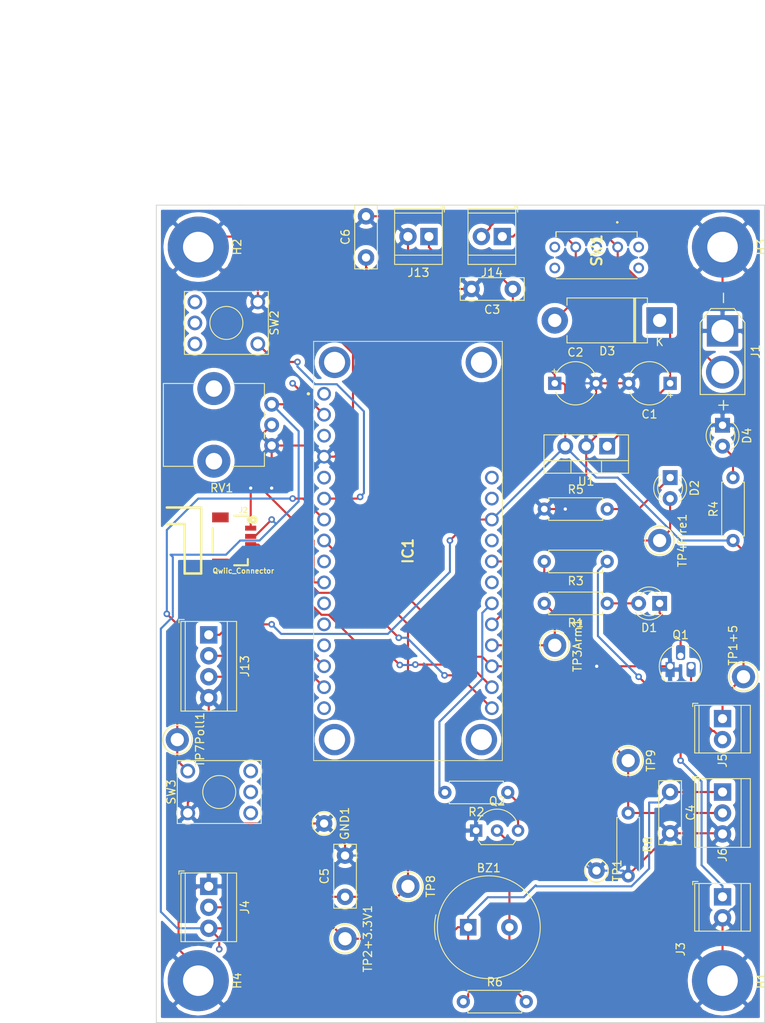
<source format=kicad_pcb>
(kicad_pcb (version 20171130) (host pcbnew "(5.1.4)-1")
  (layers (0 F.Cu signal hide) (31 B.Cu signal hide) (34 B.Paste user) (35 F.Paste user) (36 B.SilkS user) (37 F.SilkS user) (38 B.Mask user) (39 F.Mask user) (44 Edge.Cuts user))
  (net 0 "")
  (net 1 GND)
  (net 2 Buzzer)
  (net 3 "Net-(C1-Pad1)")
  (net 4 +5V)
  (net 5 +3V3)
  (net 6 AuxIn)
  (net 7 SensorIn)
  (net 8 "Net-(D1-Pad2)")
  (net 9 "Net-(D1-Pad1)")
  (net 10 Shutter)
  (net 11 "Net-(D2-Pad1)")
  (net 12 "Net-(D3-Pad2)")
  (net 13 "Net-(D4-Pad2)")
  (net 14 /~RST)
  (net 15 /AREF)
  (net 16 /A0)
  (net 17 Poll)
  (net 18 /A4)
  (net 19 /MISO)
  (net 20 /FREE)
  (net 21 ArmInd)
  (net 22 AuxOut)
  (net 23 "Net-(IC1-Pad6)")
  (net 24 /13)
  (net 25 /EN)
  (net 26 /VBAT)
  (net 27 +7.5V)
  (net 28 "Net-(J3-Pad1)")
  (net 29 "Net-(J5-Pad2)")
  (net 30 "Net-(SW1-Pad2)")
  (net 31 "Net-(SW1-PadMH1)")
  (net 32 "Net-(SW1-PadMH2)")
  (net 33 "Net-(SW1-PadMH3)")
  (net 34 "Net-(SW1-PadMH4)")
  (net 35 Rx_serial)
  (net 36 Tx_serial)
  (net 37 SCL_qwiic)
  (net 38 SDA_qwiic)
  (net 39 Threshold)
  (net 40 /MOSI)
  (net 41 /SCK)
  (net 42 "Net-(BZ1-Pad2)")
  (net 43 ArmIn)
  (net 44 "Net-(Q2-Pad3)")
  (module Potentiometer_THT:Potentiometer_Alps_RK09K_Single_Vertical (layer F.Cu) (at 99.06 57.15 180)
    (fp_text reference RV1 (at 6.05 -10.15) (layer F.SilkS))
    (fp_text value 1K)
    (pad "" np_thru_hole circle (at 7 1.9 180) (size 4 4) (drill 2) (layers *.Cu *.Mask))
    (pad "" np_thru_hole circle (at 7 -6.9 180) (size 4 4) (drill 2) (layers *.Cu *.Mask))
    (pad 1 thru_hole circle (at 0 0 180) (size 1.8 1.8) (drill 1) (layers *.Cu *.Mask) (net 5 +3V3))
    (pad 2 thru_hole circle (at 0 -2.5 180) (size 1.8 1.8) (drill 1) (layers *.Cu *.Mask) (net 39 Threshold))
    (pad 3 thru_hole circle (at 0 -5 180) (size 1.8 1.8) (drill 1) (layers *.Cu *.Mask) (net 1 GND))
  )
  (module Connectors:1X04_1MM_RA_STRESSRELIEF (layer F.Cu) (at 96.52 73.66 270)
    (fp_text reference J2 (at -3.683 0.889) (layer F.SilkS) (effects (font (size 0.6096 0.6096) (thickness 0.127))))
    (fp_text value Qwiic_Connector (at 3.683 0.889) (layer F.SilkS) (effects (font (size 0.6096 0.6096) (thickness 0.127))))
    (pad NC2 smd rect (at -2.79908 3.67284 270) (size 1.19888 1.99898) (layers F.Cu F.Paste F.Mask))
    (pad NC1 smd rect (at 2.79908 3.67284 270) (size 1.19888 1.99898) (layers F.Cu F.Paste F.Mask))
    (pad 4 smd rect (at 1.4986 0 270) (size 0.59944 1.34874) (layers F.Cu F.Paste F.Mask) (net 37 SCL_qwiic))
    (pad 3 smd rect (at 0.49784 0 270) (size 0.59944 1.34874) (layers F.Cu F.Paste F.Mask) (net 38 SDA_qwiic))
    (pad 2 smd rect (at -0.49784 0 270) (size 0.59944 1.34874) (layers F.Cu F.Paste F.Mask) (net 5 +3V3))
    (pad 1 smd rect (at -1.4986 0 270) (size 0.59944 1.34874) (layers F.Cu F.Paste F.Mask) (net 1 GND))
  )
  (module TerminalBlock_TE-Connectivity:TerminalBlock_TE_282834-4_1x04_P2.54mm_Horizontal (layer F.Cu) (at 91.44 85.09 270)
    (fp_text reference J13 (at 3.81 -4.37 90) (layer F.SilkS))
    (fp_text value Serial)
    (pad 4 thru_hole circle (at 7.62 0 270) (size 2.1 2.1) (drill 1.1) (layers *.Cu *.Mask) (net 1 GND))
    (pad 3 thru_hole circle (at 5.08 0 270) (size 2.1 2.1) (drill 1.1) (layers *.Cu *.Mask) (net 36 Tx_serial))
    (pad 2 thru_hole circle (at 2.54 0 270) (size 2.1 2.1) (drill 1.1) (layers *.Cu *.Mask) (net 35 Rx_serial))
    (pad 1 thru_hole rect (at 0 0 270) (size 2.1 2.1) (drill 1.1) (layers *.Cu *.Mask) (net 4 +5V))
  )
  (module Package_TO_SOT_THT:TO-220-3_Vertical (layer F.Cu) (at 139.7 62.23 180)
    (fp_text reference U1 (at 2.54 -4.27) (layer F.SilkS))
    (fp_text value LM7805_TO220)
    (pad 3 thru_hole oval (at 5.08 0 180) (size 1.905 2) (drill 1.1) (layers *.Cu *.Mask) (net 4 +5V))
    (pad 2 thru_hole oval (at 2.54 0 180) (size 1.905 2) (drill 1.1) (layers *.Cu *.Mask) (net 1 GND))
    (pad 1 thru_hole rect (at 0 0 180) (size 1.905 2) (drill 1.1) (layers *.Cu *.Mask) (net 3 "Net-(C1-Pad1)"))
  )
  (module TestPoint:TestPoint_Keystone_5010-5014_Multipurpose (layer F.Cu) (at 87.63 97.79 270)
    (fp_text reference TP7Poll1 (at 0 -2.75 90) (layer F.SilkS))
    (fp_text value Poll)
    (pad 1 thru_hole circle (at 0 0 270) (size 2.8 2.8) (drill 1.6) (layers *.Cu *.Mask) (net 17 Poll))
  )
  (module TestPoint:TestPoint_Keystone_5010-5014_Multipurpose (layer F.Cu) (at 146.05 73.66 270)
    (fp_text reference TP4Fire1 (at 0 -2.75 90) (layer F.SilkS))
    (fp_text value Fire)
    (pad 1 thru_hole circle (at 0 0 270) (size 2.8 2.8) (drill 1.6) (layers *.Cu *.Mask) (net 10 Shutter))
  )
  (module TestPoint:TestPoint_Keystone_5010-5014_Multipurpose (layer F.Cu) (at 133.35 86.36 270)
    (fp_text reference TP3Arm1 (at 0 -2.75 90) (layer F.SilkS))
    (fp_text value Arm)
    (pad 1 thru_hole circle (at 0 0 270) (size 2.8 2.8) (drill 1.6) (layers *.Cu *.Mask) (net 21 ArmInd))
  )
  (module TestPoint:TestPoint_Keystone_5010-5014_Multipurpose (layer F.Cu) (at 107.95 121.92 270)
    (fp_text reference TP2+3.3V1 (at 0 -2.75 90) (layer F.SilkS))
    (fp_text value +3.3V)
    (pad 1 thru_hole circle (at 0 0 270) (size 2.8 2.8) (drill 1.6) (layers *.Cu *.Mask) (net 5 +3V3))
  )
  (module TestPoint:TestPoint_Keystone_5010-5014_Multipurpose (layer F.Cu) (at 156.21 90.17 270)
    (fp_text reference TP1+5 (at -3.81 1.27 90) (layer F.SilkS))
    (fp_text value +5V)
    (pad 1 thru_hole circle (at 0 0 270) (size 2.8 2.8) (drill 1.6) (layers *.Cu *.Mask) (net 4 +5V))
  )
  (module TestPoint:TestPoint_Keystone_5010-5014_Multipurpose (layer F.Cu) (at 142.24 100.33 270)
    (fp_text reference TP9 (at 0 -2.75 90) (layer F.SilkS))
    (fp_text value LowHighIn)
    (pad 1 thru_hole circle (at 0 0 270) (size 2.8 2.8) (drill 1.6) (layers *.Cu *.Mask) (net 7 SensorIn))
  )
  (module TestPoint:TestPoint_Keystone_5010-5014_Multipurpose (layer F.Cu) (at 115.57 115.57 270)
    (fp_text reference TP8 (at 0 -2.75 90) (layer F.SilkS))
    (fp_text value HighLowIn)
    (pad 1 thru_hole circle (at 0 0 270) (size 2.8 2.8) (drill 1.6) (layers *.Cu *.Mask) (net 6 AuxIn))
  )
  (module TestPoint:TestPoint_Keystone_5000-5004_Miniature (layer F.Cu) (at 138.4046 113.665 270)
    (fp_text reference TP1 (at 0 -2.5 90) (layer F.SilkS))
    (fp_text value Gnd)
    (pad 1 thru_hole circle (at 0 0 270) (size 2 2) (drill 1) (layers *.Cu *.Mask) (net 1 GND))
  )
  (module Button_Switch_THT:KSA_Tactile_SPST (layer F.Cu) (at 88.9 106.68 90)
    (fp_text reference SW3 (at 2.54 -2 90) (layer F.SilkS))
    (fp_text value SW_Poll)
    (pad 5 thru_hole circle (at 0 7.62 90) (size 1.778 1.778) (drill 1.143) (layers *.Cu *.Mask))
    (pad 4 thru_hole circle (at 2.54 7.62 90) (size 1.778 1.778) (drill 1.143) (layers *.Cu *.Mask))
    (pad 3 thru_hole circle (at 5.08 7.62 90) (size 1.778 1.778) (drill 1.143) (layers *.Cu *.Mask))
    (pad 2 thru_hole circle (at 5.08 0 90) (size 1.778 1.778) (drill 1.143) (layers *.Cu *.Mask) (net 17 Poll))
    (pad 1 thru_hole circle (at 0 0 90) (size 1.778 1.778) (drill 1.143) (layers *.Cu *.Mask) (net 1 GND))
  )
  (module CameraTriggerPCB:AS11CB (layer F.Cu) (at 140.97 38.1 270)
    (fp_text reference SW1 (at 0.4 2.54 90) (layer F.SilkS) (effects (font (size 1.27 1.27) (thickness 0.254))))
    (fp_text value AS11CB hide)
    (pad 1 thru_hole circle (at 0 0 270) (size 1.3 1.3) (drill 0.8) (layers *.Cu *.Mask) (net 27 +7.5V))
    (pad 2 thru_hole circle (at 0 2.54 270) (size 1.3 1.3) (drill 0.8) (layers *.Cu *.Mask) (net 30 "Net-(SW1-Pad2)"))
    (pad 3 thru_hole circle (at 0 5.08 270) (size 1.3 1.3) (drill 0.8) (layers *.Cu *.Mask) (net 12 "Net-(D3-Pad2)"))
    (pad MH1 thru_hole circle (at 0 -2.54 270) (size 1.3 1.3) (drill 0.8) (layers *.Cu *.Mask) (net 31 "Net-(SW1-PadMH1)"))
    (pad MH2 thru_hole circle (at 0 7.62 270) (size 1.3 1.3) (drill 0.8) (layers *.Cu *.Mask) (net 32 "Net-(SW1-PadMH2)"))
    (pad MH3 thru_hole circle (at 2.54 -2.54 270) (size 1.3 1.3) (drill 0.8) (layers *.Cu *.Mask) (net 33 "Net-(SW1-PadMH3)"))
    (pad MH4 thru_hole circle (at 2.54 7.62 270) (size 1.3 1.3) (drill 0.8) (layers *.Cu *.Mask) (net 34 "Net-(SW1-PadMH4)"))
  )
  (module Resistor_THT:R_Axial_DIN0207_L6.3mm_D2.5mm_P7.62mm_Horizontal (layer F.Cu) (at 142.24 106.68 270)
    (fp_text reference R8 (at 3.81 -2.37 90) (layer F.SilkS))
    (fp_text value 15K)
    (pad 2 thru_hole oval (at 7.62 0 270) (size 1.6 1.6) (drill 0.8) (layers *.Cu *.Mask) (net 1 GND))
    (pad 1 thru_hole circle (at 0 0 270) (size 1.6 1.6) (drill 0.8) (layers *.Cu *.Mask) (net 7 SensorIn))
  )
  (module Resistor_THT:R_Axial_DIN0207_L6.3mm_D2.5mm_P7.62mm_Horizontal (layer F.Cu) (at 132.08 69.85)
    (fp_text reference R5 (at 3.81 -2.37) (layer F.SilkS))
    (fp_text value 1K)
    (pad 2 thru_hole oval (at 7.62 0) (size 1.6 1.6) (drill 0.8) (layers *.Cu *.Mask) (net 11 "Net-(D2-Pad1)"))
    (pad 1 thru_hole circle (at 0 0) (size 1.6 1.6) (drill 0.8) (layers *.Cu *.Mask) (net 1 GND))
  )
  (module Resistor_THT:R_Axial_DIN0207_L6.3mm_D2.5mm_P7.62mm_Horizontal (layer F.Cu) (at 154.94 73.66 90)
    (fp_text reference R4 (at 3.81 -2.37 90) (layer F.SilkS))
    (fp_text value 220)
    (pad 2 thru_hole oval (at 7.62 0 90) (size 1.6 1.6) (drill 0.8) (layers *.Cu *.Mask) (net 13 "Net-(D4-Pad2)"))
    (pad 1 thru_hole circle (at 0 0 90) (size 1.6 1.6) (drill 0.8) (layers *.Cu *.Mask) (net 4 +5V))
  )
  (module Resistor_THT:R_Axial_DIN0207_L6.3mm_D2.5mm_P7.62mm_Horizontal (layer F.Cu) (at 139.7 76.2 180)
    (fp_text reference R3 (at 3.81 -2.37) (layer F.SilkS))
    (fp_text value 5K)
    (pad 2 thru_hole oval (at 7.62 0 180) (size 1.6 1.6) (drill 0.8) (layers *.Cu *.Mask) (net 22 AuxOut))
    (pad 1 thru_hole circle (at 0 0 180) (size 1.6 1.6) (drill 0.8) (layers *.Cu *.Mask) (net 28 "Net-(J3-Pad1)"))
  )
  (module Resistor_THT:R_Axial_DIN0207_L6.3mm_D2.5mm_P7.62mm_Horizontal (layer F.Cu) (at 139.7 81.28 180)
    (fp_text reference R1 (at 3.81 -2.37) (layer F.SilkS))
    (fp_text value 1K)
    (pad 2 thru_hole oval (at 7.62 0 180) (size 1.6 1.6) (drill 0.8) (layers *.Cu *.Mask) (net 21 ArmInd))
    (pad 1 thru_hole circle (at 0 0 180) (size 1.6 1.6) (drill 0.8) (layers *.Cu *.Mask) (net 8 "Net-(D1-Pad2)"))
  )
  (module TerminalBlock_TE-Connectivity:TerminalBlock_TE_282834-2_1x02_P2.54mm_Horizontal (layer F.Cu) (at 127 36.83 180)
    (fp_text reference J14 (at 1.27 -4.37) (layer F.SilkS))
    (fp_text value "Ext power switch")
    (pad 2 thru_hole circle (at 2.54 0 180) (size 2.1 2.1) (drill 1.1) (layers *.Cu *.Mask) (net 27 +7.5V))
    (pad 1 thru_hole rect (at 0 0 180) (size 2.1 2.1) (drill 1.1) (layers *.Cu *.Mask) (net 12 "Net-(D3-Pad2)"))
  )
  (module TerminalBlock_TE-Connectivity:TerminalBlock_TE_282834-2_1x02_P2.54mm_Horizontal (layer F.Cu) (at 118.11 36.83 180)
    (fp_text reference J13 (at 1.27 -4.37) (layer F.SilkS))
    (fp_text value "+5V Always on")
    (pad 2 thru_hole circle (at 2.54 0 180) (size 2.1 2.1) (drill 1.1) (layers *.Cu *.Mask) (net 1 GND))
    (pad 1 thru_hole rect (at 0 0 180) (size 2.1 2.1) (drill 1.1) (layers *.Cu *.Mask) (net 4 +5V))
  )
  (module TerminalBlock_TE-Connectivity:TerminalBlock_TE_282834-3_1x03_P2.54mm_Horizontal (layer F.Cu) (at 153.67 104.14 270)
    (fp_text reference J6 (at 7.62 0 90) (layer F.SilkS))
    (fp_text value Sensor)
    (pad 3 thru_hole circle (at 5.08 0 270) (size 2.1 2.1) (drill 1.1) (layers *.Cu *.Mask) (net 1 GND))
    (pad 2 thru_hole circle (at 2.54 0 270) (size 2.1 2.1) (drill 1.1) (layers *.Cu *.Mask) (net 7 SensorIn))
    (pad 1 thru_hole rect (at 0 0 270) (size 2.1 2.1) (drill 1.1) (layers *.Cu *.Mask) (net 5 +3V3))
  )
  (module TerminalBlock_TE-Connectivity:TerminalBlock_TE_282834-2_1x02_P2.54mm_Horizontal (layer F.Cu) (at 153.67 95.25 270)
    (fp_text reference J5 (at 5.08 0 90) (layer F.SilkS))
    (fp_text value Laser)
    (pad 2 thru_hole circle (at 2.54 0 270) (size 2.1 2.1) (drill 1.1) (layers *.Cu *.Mask) (net 29 "Net-(J5-Pad2)"))
    (pad 1 thru_hole rect (at 0 0 270) (size 2.1 2.1) (drill 1.1) (layers *.Cu *.Mask) (net 4 +5V))
  )
  (module TerminalBlock_TE-Connectivity:TerminalBlock_TE_282834-3_1x03_P2.54mm_Horizontal (layer F.Cu) (at 91.44 115.57 270)
    (fp_text reference J4 (at 2.54 -4.37 90) (layer F.SilkS))
    (fp_text value HighLowIn)
    (pad 3 thru_hole circle (at 5.08 0 270) (size 2.1 2.1) (drill 1.1) (layers *.Cu *.Mask) (net 5 +3V3))
    (pad 2 thru_hole circle (at 2.54 0 270) (size 2.1 2.1) (drill 1.1) (layers *.Cu *.Mask) (net 6 AuxIn))
    (pad 1 thru_hole rect (at 0 0 270) (size 2.1 2.1) (drill 1.1) (layers *.Cu *.Mask) (net 1 GND))
  )
  (module TerminalBlock_TE-Connectivity:TerminalBlock_TE_282834-2_1x02_P2.54mm_Horizontal (layer F.Cu) (at 153.67 116.84 270)
    (fp_text reference J3 (at 6.35 5.08 90) (layer F.SilkS))
    (fp_text value "Aux out")
    (pad 2 thru_hole circle (at 2.54 0 270) (size 2.1 2.1) (drill 1.1) (layers *.Cu *.Mask) (net 1 GND))
    (pad 1 thru_hole rect (at 0 0 270) (size 2.1 2.1) (drill 1.1) (layers *.Cu *.Mask) (net 28 "Net-(J3-Pad1)"))
  )
  (module Connector_AMASS:AMASS_XT30U-F_1x02_P5.0mm_Vertical (layer F.Cu) (at 153.67 48.26 270)
    (fp_text reference J1 (at 2.5 -4 90) (layer F.SilkS))
    (fp_text value Power)
    (fp_text user - (at -4 0 90) (layer F.SilkS) (effects (font (size 1.5 1.5))))
    (fp_text user + (at 9 0 90) (layer F.SilkS) (effects (font (size 1.5 1.5))))
    (pad 2 thru_hole circle (at 5 0 270) (size 4 4) (drill 2.7) (layers *.Cu *.Mask) (net 27 +7.5V))
    (pad 1 thru_hole rect (at 0 0 270) (size 3.8 3.8) (drill 2.7) (layers *.Cu *.Mask) (net 1 GND))
  )
  (module MountingHole:MountingHole_3.7mm_Pad (layer F.Cu) (at 90.17 127 270)
    (fp_text reference H4 (at 0 -4.7 90) (layer F.SilkS))
    (fp_text value " ")
    (pad 1 thru_hole circle (at 0 0 270) (size 7.4 7.4) (drill 3.7) (layers *.Cu *.Mask) (net 1 GND))
  )
  (module MountingHole:MountingHole_3.7mm_Pad (layer F.Cu) (at 153.67 38.1 270)
    (fp_text reference H3 (at 0 -4.7 90) (layer F.SilkS))
    (fp_text value " ")
    (pad 1 thru_hole circle (at 0 0 270) (size 7.4 7.4) (drill 3.7) (layers *.Cu *.Mask) (net 1 GND))
  )
  (module MountingHole:MountingHole_3.7mm_Pad (layer F.Cu) (at 90.17 38.1 270)
    (fp_text reference H2 (at 0 -4.7 90) (layer F.SilkS))
    (fp_text value " ")
    (pad 1 thru_hole circle (at 0 0 270) (size 7.4 7.4) (drill 3.7) (layers *.Cu *.Mask) (net 1 GND))
  )
  (module MountingHole:MountingHole_3.7mm_Pad (layer F.Cu) (at 153.67 127 270)
    (fp_text reference H1 (at 0 -4.7 90) (layer F.SilkS))
    (fp_text value " ")
    (pad 1 thru_hole circle (at 0 0 270) (size 7.4 7.4) (drill 3.7) (layers *.Cu *.Mask) (net 1 GND))
  )
  (module TestPoint:TestPoint_Keystone_5000-5004_Miniature (layer F.Cu) (at 105.41 107.95 270)
    (fp_text reference GND1 (at 0 -2.5 90) (layer F.SilkS))
    (fp_text value TestPoint)
    (pad 1 thru_hole circle (at 0 0 270) (size 2 2) (drill 1) (layers *.Cu *.Mask) (net 1 GND))
  )
  (module LED_THT:LED_D3.0mm (layer F.Cu) (at 153.67 59.69 270)
    (fp_text reference D4 (at 1.27 -2.96 90) (layer F.SilkS))
    (fp_text value PWR)
    (pad 2 thru_hole circle (at 2.54 0 270) (size 1.8 1.8) (drill 0.9) (layers *.Cu *.Mask) (net 13 "Net-(D4-Pad2)"))
    (pad 1 thru_hole rect (at 0 0 270) (size 1.8 1.8) (drill 0.9) (layers *.Cu *.Mask) (net 1 GND))
  )
  (module Diode_THT:D_DO-201AD_P12.70mm_Horizontal (layer F.Cu) (at 146.05 46.99 180)
    (fp_text reference D3 (at 6.35 -3.72) (layer F.SilkS))
    (fp_text value D)
    (fp_text user K (at 0 -2.6) (layer F.SilkS))
    (pad 2 thru_hole oval (at 12.7 0 180) (size 3.2 3.2) (drill 1.6) (layers *.Cu *.Mask) (net 12 "Net-(D3-Pad2)"))
    (pad 1 thru_hole rect (at 0 0 180) (size 3.2 3.2) (drill 1.6) (layers *.Cu *.Mask) (net 3 "Net-(C1-Pad1)"))
  )
  (module LED_THT:LED_D3.0mm (layer F.Cu) (at 147.32 66.04 270)
    (fp_text reference D2 (at 1.27 -2.96 90) (layer F.SilkS))
    (fp_text value "LED Trig")
    (pad 2 thru_hole circle (at 2.54 0 270) (size 1.8 1.8) (drill 0.9) (layers *.Cu *.Mask) (net 10 Shutter))
    (pad 1 thru_hole rect (at 0 0 270) (size 1.8 1.8) (drill 0.9) (layers *.Cu *.Mask) (net 11 "Net-(D2-Pad1)"))
  )
  (module LED_THT:LED_D3.0mm (layer F.Cu) (at 146.05 81.28 180)
    (fp_text reference D1 (at 1.27 -2.96) (layer F.SilkS))
    (fp_text value "LED Arm")
    (pad 2 thru_hole circle (at 2.54 0 180) (size 1.8 1.8) (drill 0.9) (layers *.Cu *.Mask) (net 8 "Net-(D1-Pad2)"))
    (pad 1 thru_hole rect (at 0 0 180) (size 1.8 1.8) (drill 0.9) (layers *.Cu *.Mask) (net 9 "Net-(D1-Pad1)"))
  )
  (module Capacitor_THT:C_Disc_D7.5mm_W2.5mm_P5.00mm (layer F.Cu) (at 110.49 39.37 90)
    (fp_text reference C6 (at 2.5 -2.5 90) (layer F.SilkS))
    (fp_text value "0.01 μF")
    (pad 2 thru_hole circle (at 5 0 90) (size 2 2) (drill 1) (layers *.Cu *.Mask) (net 1 GND))
    (pad 1 thru_hole circle (at 0 0 90) (size 2 2) (drill 1) (layers *.Cu *.Mask) (net 7 SensorIn))
  )
  (module Capacitor_THT:C_Disc_D7.5mm_W2.5mm_P5.00mm (layer F.Cu) (at 107.95 116.84 90)
    (fp_text reference C5 (at 2.5 -2.5 90) (layer F.SilkS))
    (fp_text value "0.01 μF")
    (pad 2 thru_hole circle (at 5 0 90) (size 2 2) (drill 1) (layers *.Cu *.Mask) (net 1 GND))
    (pad 1 thru_hole circle (at 0 0 90) (size 2 2) (drill 1) (layers *.Cu *.Mask) (net 6 AuxIn))
  )
  (module Capacitor_THT:C_Disc_D7.5mm_W2.5mm_P5.00mm (layer F.Cu) (at 147.32 104.14 270)
    (fp_text reference C4 (at 2.5 -2.5 90) (layer F.SilkS))
    (fp_text value "0.01 μF")
    (pad 2 thru_hole circle (at 5 0 270) (size 2 2) (drill 1) (layers *.Cu *.Mask) (net 1 GND))
    (pad 1 thru_hole circle (at 0 0 270) (size 2 2) (drill 1) (layers *.Cu *.Mask) (net 5 +3V3))
  )
  (module Capacitor_THT:C_Disc_D7.5mm_W2.5mm_P5.00mm (layer F.Cu) (at 128.27 43.18 180)
    (fp_text reference C3 (at 2.5 -2.5) (layer F.SilkS))
    (fp_text value "0.01 μF")
    (pad 2 thru_hole circle (at 5 0 180) (size 2 2) (drill 1) (layers *.Cu *.Mask) (net 1 GND))
    (pad 1 thru_hole circle (at 0 0 180) (size 2 2) (drill 1) (layers *.Cu *.Mask) (net 4 +5V))
  )
  (module Capacitor_THT:CP_Radial_Tantal_D5.0mm_P5.00mm (layer F.Cu) (at 133.35 54.61)
    (fp_text reference C2 (at 2.5 -3.75) (layer F.SilkS))
    (fp_text value 0.1uf)
    (pad 2 thru_hole circle (at 5 0) (size 1.6 1.6) (drill 0.8) (layers *.Cu *.Mask) (net 1 GND))
    (pad 1 thru_hole rect (at 0 0) (size 1.6 1.6) (drill 0.8) (layers *.Cu *.Mask) (net 4 +5V))
  )
  (module Capacitor_THT:CP_Radial_Tantal_D5.0mm_P5.00mm (layer F.Cu) (at 147.32 54.61 180)
    (fp_text reference C1 (at 2.5 -3.75) (layer F.SilkS))
    (fp_text value 25uf)
    (pad 2 thru_hole circle (at 5 0 180) (size 1.6 1.6) (drill 0.8) (layers *.Cu *.Mask) (net 1 GND))
    (pad 1 thru_hole rect (at 0 0 180) (size 1.6 1.6) (drill 0.8) (layers *.Cu *.Mask) (net 3 "Net-(C1-Pad1)"))
  )
  (module Buzzer_Beeper:Buzzer_TDK_PS1240P02BT_D12.2mm_H6.5mm (layer F.Cu) (at 122.8598 120.523)
    (fp_text reference BZ1 (at 2.5 -7.17) (layer F.SilkS))
    (fp_text value Buzzer)
    (pad 2 thru_hole circle (at 5 0) (size 2 2) (drill 1) (layers *.Cu *.Mask) (net 42 "Net-(BZ1-Pad2)"))
    (pad 1 thru_hole rect (at 0 0) (size 2 2) (drill 1) (layers *.Cu *.Mask) (net 5 +3V3))
  )
  (module 3178 (layer F.Cu) (at 105.41 55.88 270)
    (fp_text reference IC1 (at 19.05 -10.16 90) (layer F.SilkS) (effects (font (size 1.27 1.27) (thickness 0.254))))
    (fp_text value 3178 hide)
    (pad 1 thru_hole circle (at 10.16 -20.32 270) (size 1.665 1.665) (drill 1.11) (layers *.Cu *.Mask) (net 26 /VBAT))
    (pad 2 thru_hole circle (at 12.7 -20.32 270) (size 1.665 1.665) (drill 1.11) (layers *.Cu *.Mask) (net 25 /EN))
    (pad 3 thru_hole circle (at 15.24 -20.32 270) (size 1.665 1.665) (drill 1.11) (layers *.Cu *.Mask) (net 4 +5V))
    (pad 4 thru_hole circle (at 17.78 -20.32 270) (size 1.665 1.665) (drill 1.11) (layers *.Cu *.Mask) (net 24 /13))
    (pad 5 thru_hole circle (at 20.32 -20.32 270) (size 1.665 1.665) (drill 1.11) (layers *.Cu *.Mask) (net 10 Shutter))
    (pad 6 thru_hole circle (at 22.86 -20.32 270) (size 1.665 1.665) (drill 1.11) (layers *.Cu *.Mask) (net 23 "Net-(IC1-Pad6)"))
    (pad 7 thru_hole circle (at 25.4 -20.32 270) (size 1.665 1.665) (drill 1.11) (layers *.Cu *.Mask) (net 2 Buzzer))
    (pad 8 thru_hole circle (at 27.94 -20.32 270) (size 1.665 1.665) (drill 1.11) (layers *.Cu *.Mask) (net 22 AuxOut))
    (pad 9 thru_hole circle (at 30.48 -20.32 270) (size 1.665 1.665) (drill 1.11) (layers *.Cu *.Mask) (net 21 ArmInd))
    (pad 10 thru_hole circle (at 33.02 -20.32 270) (size 1.665 1.665) (drill 1.11) (layers *.Cu *.Mask) (net 7 SensorIn))
    (pad 11 thru_hole circle (at 35.56 -20.32 270) (size 1.665 1.665) (drill 1.11) (layers *.Cu *.Mask) (net 37 SCL_qwiic))
    (pad 12 thru_hole circle (at 38.1 -20.32 270) (size 1.665 1.665) (drill 1.11) (layers *.Cu *.Mask) (net 38 SDA_qwiic))
    (pad 13 thru_hole circle (at 38.1 0 270) (size 1.665 1.665) (drill 1.11) (layers *.Cu *.Mask) (net 20 /FREE))
    (pad 14 thru_hole circle (at 35.56 0 270) (size 1.665 1.665) (drill 1.11) (layers *.Cu *.Mask) (net 36 Tx_serial))
    (pad 15 thru_hole circle (at 33.02 0 270) (size 1.665 1.665) (drill 1.11) (layers *.Cu *.Mask) (net 35 Rx_serial))
    (pad 16 thru_hole circle (at 30.48 0 270) (size 1.665 1.665) (drill 1.11) (layers *.Cu *.Mask) (net 19 /MISO))
    (pad 17 thru_hole circle (at 27.94 0 270) (size 1.665 1.665) (drill 1.11) (layers *.Cu *.Mask) (net 40 /MOSI))
    (pad 18 thru_hole circle (at 25.4 0 270) (size 1.665 1.665) (drill 1.11) (layers *.Cu *.Mask) (net 41 /SCK))
    (pad 19 thru_hole circle (at 22.86 0 270) (size 1.665 1.665) (drill 1.11) (layers *.Cu *.Mask) (net 39 Threshold))
    (pad 20 thru_hole circle (at 20.32 0 270) (size 1.665 1.665) (drill 1.11) (layers *.Cu *.Mask) (net 18 /A4))
    (pad 21 thru_hole circle (at 17.78 0 270) (size 1.665 1.665) (drill 1.11) (layers *.Cu *.Mask) (net 6 AuxIn))
    (pad 22 thru_hole circle (at 15.24 0 270) (size 1.665 1.665) (drill 1.11) (layers *.Cu *.Mask) (net 17 Poll))
    (pad 23 thru_hole circle (at 12.7 0 270) (size 1.665 1.665) (drill 1.11) (layers *.Cu *.Mask) (net 43 ArmIn))
    (pad 24 thru_hole circle (at 10.16 0 270) (size 1.665 1.665) (drill 1.11) (layers *.Cu *.Mask) (net 16 /A0))
    (pad 25 thru_hole circle (at 7.62 0 270) (size 1.665 1.665) (drill 1.11) (layers *.Cu *.Mask) (net 1 GND))
    (pad 26 thru_hole circle (at 5.08 0 270) (size 1.665 1.665) (drill 1.11) (layers *.Cu *.Mask) (net 15 /AREF))
    (pad 27 thru_hole circle (at 2.54 0 270) (size 1.665 1.665) (drill 1.11) (layers *.Cu *.Mask) (net 5 +3V3))
    (pad 28 thru_hole circle (at 0 0 270) (size 1.665 1.665) (drill 1.11) (layers *.Cu *.Mask) (net 14 /~RST))
    (pad MH1 thru_hole circle (at -3.81 -1.27 270) (size 3.81 3.81) (drill 2.54) (layers *.Cu *.Mask))
    (pad MH2 thru_hole circle (at -3.81 -19.05 270) (size 3.81 3.81) (drill 2.54) (layers *.Cu *.Mask))
    (pad MH3 thru_hole circle (at 41.91 -1.27 270) (size 3.81 3.81) (drill 2.54) (layers *.Cu *.Mask))
    (pad MH4 thru_hole circle (at 41.91 -19.05 270) (size 3.81 3.81) (drill 2.54) (layers *.Cu *.Mask))
  )
  (module Package_TO_SOT_THT:TO-92L_HandSolder (layer F.Cu) (at 147.32 88.9)
    (fp_text reference Q1 (at 1.27 -3.8) (layer F.SilkS))
    (fp_text value PN2222A)
    (pad 2 thru_hole roundrect (at 1.27 -1.27) (size 1.1 1.8) (drill 0.75 (offset 0 -0.4)) (layers *.Cu *.Mask) (net 9 "Net-(D1-Pad1)"))
    (pad 3 thru_hole roundrect (at 2.54 0) (size 1.1 1.8) (drill 0.75 (offset 0 0.4)) (layers *.Cu *.Mask) (net 29 "Net-(J5-Pad2)"))
    (pad 1 thru_hole rect (at 0 0) (size 1.1 1.8) (drill 0.75 (offset 0 0.4)) (layers *.Cu *.Mask) (net 1 GND))
  )
  (module Package_TO_SOT_THT:TO-92L_Inline_Wide (layer F.Cu) (at 123.825 108.8136)
    (fp_text reference Q2 (at 2.54 -3.56) (layer F.SilkS))
    (fp_text value KSC1815YTA)
    (pad 2 thru_hole circle (at 2.54 0 90) (size 1.5 1.5) (drill 0.8) (layers *.Cu *.Mask) (net 42 "Net-(BZ1-Pad2)"))
    (pad 3 thru_hole circle (at 5.08 0 90) (size 1.5 1.5) (drill 0.8) (layers *.Cu *.Mask) (net 44 "Net-(Q2-Pad3)"))
    (pad 1 thru_hole rect (at 0 0 90) (size 1.5 1.5) (drill 0.8) (layers *.Cu *.Mask) (net 1 GND))
  )
  (module Resistor_THT:R_Axial_DIN0207_L6.3mm_D2.5mm_P7.62mm_Horizontal (layer F.Cu) (at 127.6604 104.1908 180)
    (fp_text reference R2 (at 3.81 -2.37) (layer F.SilkS))
    (fp_text value 1K)
    (pad 1 thru_hole circle (at 0 0 180) (size 1.6 1.6) (drill 0.8) (layers *.Cu *.Mask) (net 44 "Net-(Q2-Pad3)"))
    (pad 2 thru_hole oval (at 7.62 0 180) (size 1.6 1.6) (drill 0.8) (layers *.Cu *.Mask) (net 2 Buzzer))
  )
  (module Resistor_THT:R_Axial_DIN0207_L6.3mm_D2.5mm_P7.62mm_Horizontal (layer F.Cu) (at 122.2756 129.54)
    (fp_text reference R6 (at 3.81 -2.37) (layer F.SilkS))
    (fp_text value 1K)
    (pad 2 thru_hole oval (at 7.62 0) (size 1.6 1.6) (drill 0.8) (layers *.Cu *.Mask) (net 42 "Net-(BZ1-Pad2)"))
    (pad 1 thru_hole circle (at 0 0) (size 1.6 1.6) (drill 0.8) (layers *.Cu *.Mask) (net 5 +3V3))
  )
  (module Button_Switch_THT:KSA_Tactile_SPST (layer F.Cu) (at 97.3836 44.7548 270)
    (fp_text reference SW2 (at 2.54 -2 90) (layer F.SilkS))
    (fp_text value SW_Arm)
    (pad 1 thru_hole circle (at 0 0 270) (size 1.778 1.778) (drill 1.143) (layers *.Cu *.Mask) (net 1 GND))
    (pad 2 thru_hole circle (at 5.08 0 270) (size 1.778 1.778) (drill 1.143) (layers *.Cu *.Mask) (net 43 ArmIn))
    (pad 3 thru_hole circle (at 5.08 7.62 270) (size 1.778 1.778) (drill 1.143) (layers *.Cu *.Mask))
    (pad 4 thru_hole circle (at 2.54 7.62 270) (size 1.778 1.778) (drill 1.143) (layers *.Cu *.Mask))
    (pad 5 thru_hole circle (at 0 7.62 270) (size 1.778 1.778) (drill 1.143) (layers *.Cu *.Mask))
  )
  (gr_line (start 85.09 132.08) (end 158.75 132.08) (layer Edge.Cuts) (width 0.1))
  (gr_line (start 85.09 33.02) (end 91.44 33.02) (layer Edge.Cuts) (width 0.1))
  (gr_line (start 85.09 132.08) (end 85.09 33.02) (layer Edge.Cuts) (width 0.1))
  (gr_line (start 91.44 33.02) (end 95.25 33.02) (layer Edge.Cuts) (width 0.1))
  (gr_line (start 158.75 33.02) (end 95.25 33.02) (layer Edge.Cuts) (width 0.1))
  (gr_line (start 158.75 132.08) (end 158.75 33.02) (layer Edge.Cuts) (width 0.1))
  (via (at 102.1842 52.0192) (size 0.8) (drill 0.4) (layers F.Cu B.Cu) (net 43))
  (via (at 109.7788 68.3768) (size 0.8) (drill 0.4) (layers F.Cu B.Cu) (net 43))
  (via (at 96.52 67.31) (size 0.8) (drill 0.4) (layers F.Cu B.Cu) (net 1))
  (via (at 99.06 67.31) (size 0.8) (drill 0.4) (layers F.Cu B.Cu) (net 1))
  (segment (start 104.06 62.15) (end 105.41 63.5) (width 0.25) (layer F.Cu) (net 1))
  (segment (start 99.06 62.15) (end 104.06 62.15) (width 0.25) (layer F.Cu) (net 1))
  (segment (start 107.95 110.49) (end 107.95 111.84) (width 0.25) (layer F.Cu) (net 1))
  (segment (start 105.41 107.95) (end 107.95 110.49) (width 0.25) (layer F.Cu) (net 1))
  (segment (start 88.9 124.30741) (end 87.78259 123.19) (width 0.25) (layer F.Cu) (net 1))
  (segment (start 88.9 129.54) (end 88.9 124.30741) (width 0.25) (layer F.Cu) (net 1))
  (segment (start 90.14 115.57) (end 91.44 115.57) (width 0.25) (layer F.Cu) (net 1))
  (segment (start 87.78259 117.92741) (end 90.14 115.57) (width 0.25) (layer F.Cu) (net 1))
  (segment (start 87.78259 123.19) (end 87.78259 117.92741) (width 0.25) (layer F.Cu) (net 1))
  (segment (start 88.9 36.83) (end 108.03 36.83) (width 0.25) (layer F.Cu) (net 1))
  (segment (start 138.35 54.61) (end 142.32 54.61) (width 0.25) (layer F.Cu) (net 1))
  (segment (start 138.35 61.04) (end 137.16 62.23) (width 0.25) (layer F.Cu) (net 1))
  (segment (start 138.35 54.61) (end 138.35 61.04) (width 0.25) (layer F.Cu) (net 1))
  (segment (start 153.67 38.1) (end 154.94 36.83) (width 0.25) (layer F.Cu) (net 1))
  (segment (start 153.67 48.26) (end 153.67 38.1) (width 0.25) (layer F.Cu) (net 1))
  (segment (start 147.32 88.9) (end 138.43 88.9) (width 0.25) (layer F.Cu) (net 1))
  (segment (start 132.08 69.85) (end 134.62 69.85) (width 0.25) (layer F.Cu) (net 1))
  (segment (start 137.16 67.31) (end 137.16 62.23) (width 0.25) (layer F.Cu) (net 1))
  (segment (start 134.62 69.85) (end 137.16 67.31) (width 0.25) (layer F.Cu) (net 1))
  (segment (start 113.11 34.37) (end 115.57 36.83) (width 0.25) (layer F.Cu) (net 1))
  (segment (start 110.49 34.37) (end 113.11 34.37) (width 0.25) (layer F.Cu) (net 1))
  (segment (start 115.57 36.83) (end 115.57 41.91) (width 0.25) (layer F.Cu) (net 1))
  (segment (start 116.84 43.18) (end 123.27 43.18) (width 0.25) (layer F.Cu) (net 1))
  (segment (start 115.57 41.91) (end 116.84 43.18) (width 0.25) (layer F.Cu) (net 1))
  (segment (start 153.59 109.14) (end 153.67 109.22) (width 0.25) (layer F.Cu) (net 1))
  (segment (start 147.32 109.14) (end 153.59 109.14) (width 0.25) (layer F.Cu) (net 1))
  (segment (start 153.67 128.27) (end 154.94 129.54) (width 0.25) (layer F.Cu) (net 1))
  (segment (start 153.67 119.38) (end 153.67 128.27) (width 0.25) (layer F.Cu) (net 1))
  (segment (start 142.24 114.22) (end 142.24 114.3) (width 0.25) (layer F.Cu) (net 1))
  (segment (start 147.32 109.14) (end 142.24 114.22) (width 0.25) (layer F.Cu) (net 1))
  (segment (start 106.68 63.5) (end 108.910001 61.269999) (width 0.25) (layer F.Cu) (net 1))
  (segment (start 105.41 63.5) (end 106.68 63.5) (width 0.25) (layer F.Cu) (net 1))
  (segment (start 108.910001 61.269999) (end 108.910001 50.999599) (width 0.25) (layer F.Cu) (net 1))
  (segment (start 108.910001 50.999599) (end 107.750401 49.839999) (width 0.25) (layer F.Cu) (net 1))
  (segment (start 148.645001 107.814999) (end 148.645001 102.925001) (width 0.25) (layer B.Cu) (net 1))
  (segment (start 147.32 109.14) (end 148.645001 107.814999) (width 0.25) (layer B.Cu) (net 1))
  (segment (start 147.32 101.6) (end 147.32 88.9) (width 0.25) (layer B.Cu) (net 1))
  (segment (start 148.645001 102.925001) (end 147.32 101.6) (width 0.25) (layer B.Cu) (net 1))
  (segment (start 147.4 59.69) (end 153.67 59.69) (width 0.25) (layer B.Cu) (net 1))
  (segment (start 142.32 54.61) (end 147.4 59.69) (width 0.25) (layer B.Cu) (net 1))
  (segment (start 138.35 54.61) (end 135.89 54.61) (width 0.25) (layer B.Cu) (net 1))
  (segment (start 124.269999 44.179999) (end 123.27 43.18) (width 0.25) (layer B.Cu) (net 1))
  (segment (start 125.459999 44.179999) (end 124.269999 44.179999) (width 0.25) (layer B.Cu) (net 1))
  (segment (start 135.89 54.61) (end 125.459999 44.179999) (width 0.25) (layer B.Cu) (net 1))
  (segment (start 153.67 109.22) (end 157.48 113.03) (width 0.25) (layer B.Cu) (net 1))
  (segment (start 157.48 113.03) (end 156.21 114.3) (width 0.25) (layer B.Cu) (net 1))
  (segment (start 154.719999 118.330001) (end 153.67 119.38) (width 0.25) (layer B.Cu) (net 1))
  (segment (start 154.865001 118.330001) (end 154.719999 118.330001) (width 0.25) (layer B.Cu) (net 1))
  (segment (start 156.21 116.985002) (end 154.865001 118.330001) (width 0.25) (layer B.Cu) (net 1))
  (segment (start 156.21 114.3) (end 156.21 116.985002) (width 0.25) (layer B.Cu) (net 1))
  (segment (start 91.44 102.87) (end 91.44 92.71) (width 0.25) (layer F.Cu) (net 1))
  (segment (start 138.43 88.9) (end 138.43 88.9) (width 0.25) (layer F.Cu) (net 1))
  (via (at 138.43 88.9) (size 0.8) (drill 0.4) (layers F.Cu B.Cu) (net 1))
  (segment (start 134.62 69.85) (end 134.62 69.85) (width 0.25) (layer F.Cu) (net 1))
  (via (at 134.62 69.85) (size 0.8) (drill 0.4) (layers F.Cu B.Cu) (net 1))
  (segment (start 134.62 85.09) (end 138.43 88.9) (width 0.25) (layer B.Cu) (net 1))
  (segment (start 134.62 69.85) (end 134.62 85.09) (width 0.25) (layer B.Cu) (net 1))
  (segment (start 96.52 67.31) (end 99.06 67.31) (width 0.25) (layer B.Cu) (net 1))
  (segment (start 99.06 67.31) (end 99.06 62.15) (width 0.25) (layer F.Cu) (net 1))
  (segment (start 96.52 72.1614) (end 96.52 67.31) (width 0.25) (layer F.Cu) (net 1))
  (segment (start 155.82 48.26) (end 153.67 48.26) (width 0.25) (layer B.Cu) (net 1))
  (segment (start 156.21 48.65) (end 155.82 48.26) (width 0.25) (layer B.Cu) (net 1))
  (segment (start 156.21 59.69) (end 156.21 48.65) (width 0.25) (layer B.Cu) (net 1))
  (segment (start 153.67 59.69) (end 156.21 59.69) (width 0.25) (layer B.Cu) (net 1))
  (segment (start 88.9 106.68) (end 88.9 105.41) (width 0.25) (layer F.Cu) (net 1))
  (segment (start 88.9 105.41) (end 91.44 102.87) (width 0.25) (layer F.Cu) (net 1))
  (segment (start 91.44 102.87) (end 91.44 109.22) (width 0.25) (layer F.Cu) (net 1))
  (segment (start 92.71 107.95) (end 105.41 107.95) (width 0.25) (layer F.Cu) (net 1))
  (segment (start 91.44 109.22) (end 92.71 107.95) (width 0.25) (layer F.Cu) (net 1))
  (segment (start 91.44 109.22) (end 91.44 115.57) (width 0.25) (layer F.Cu) (net 1))
  (segment (start 107.750401 37.109599) (end 108.117 36.743) (width 0.25) (layer F.Cu) (net 1))
  (segment (start 107.750401 49.839999) (end 107.750401 37.109599) (width 0.25) (layer F.Cu) (net 1))
  (segment (start 108.03 36.83) (end 108.117 36.743) (width 0.25) (layer F.Cu) (net 1))
  (segment (start 108.117 36.743) (end 110.49 34.37) (width 0.25) (layer F.Cu) (net 1))
  (segment (start 92.9132 40.8432) (end 95.6564 40.8432) (width 0.25) (layer F.Cu) (net 1))
  (segment (start 92.9132 40.8432) (end 88.9 36.83) (width 0.25) (layer F.Cu) (net 1))
  (segment (start 93.019999 40.949999) (end 92.9132 40.8432) (width 0.25) (layer F.Cu) (net 1))
  (segment (start 97.3836 42.5704) (end 97.3836 44.7548) (width 0.25) (layer F.Cu) (net 1))
  (segment (start 95.6564 40.8432) (end 97.3836 42.5704) (width 0.25) (layer F.Cu) (net 1))
  (segment (start 120.3922 111.84) (end 120.57 111.84) (width 0.25) (layer B.Cu) (net 1))
  (segment (start 107.95 111.84) (end 120.3922 111.84) (width 0.25) (layer B.Cu) (net 1))
  (segment (start 123.825 109.8136) (end 123.825 108.8136) (width 0.25) (layer B.Cu) (net 1))
  (segment (start 121.7986 111.84) (end 123.825 109.8136) (width 0.25) (layer B.Cu) (net 1))
  (segment (start 120.3922 111.84) (end 121.7986 111.84) (width 0.25) (layer B.Cu) (net 1))
  (segment (start 123.825 109.8136) (end 126.4064 112.395) (width 0.25) (layer B.Cu) (net 1))
  (segment (start 126.4064 112.395) (end 136.4996 112.395) (width 0.25) (layer B.Cu) (net 1))
  (segment (start 136.4996 112.395) (end 137.6172 113.5126) (width 0.25) (layer B.Cu) (net 1))
  (segment (start 141.605 113.665) (end 142.24 114.3) (width 0.25) (layer B.Cu) (net 1))
  (segment (start 138.4046 113.665) (end 141.605 113.665) (width 0.25) (layer B.Cu) (net 1))
  (segment (start 124.572499 82.437501) (end 124.572499 90.427501) (width 0.25) (layer B.Cu) (net 2))
  (segment (start 125.73 81.28) (end 124.572499 82.437501) (width 0.25) (layer B.Cu) (net 2))
  (segment (start 119.38 95.62) (end 119.38 104.14) (width 0.25) (layer B.Cu) (net 2))
  (segment (start 124.572499 90.427501) (end 119.38 95.62) (width 0.25) (layer B.Cu) (net 2))
  (segment (start 147.32 48.26) (end 146.05 46.99) (width 0.25) (layer F.Cu) (net 3))
  (segment (start 147.32 54.61) (end 147.32 48.26) (width 0.25) (layer F.Cu) (net 3))
  (segment (start 139.7 62.23) (end 147.32 54.61) (width 0.25) (layer F.Cu) (net 3))
  (via (at 120.65 73.66) (size 0.8) (drill 0.4) (layers F.Cu B.Cu) (net 4))
  (segment (start 134.4 54.61) (end 133.35 54.61) (width 0.25) (layer F.Cu) (net 4))
  (segment (start 134.62 54.83) (end 134.4 54.61) (width 0.25) (layer F.Cu) (net 4))
  (segment (start 134.62 62.23) (end 134.62 54.83) (width 0.25) (layer F.Cu) (net 4))
  (segment (start 128.27 44.594213) (end 128.27 43.18) (width 0.25) (layer F.Cu) (net 4))
  (segment (start 128.27 48.48) (end 128.27 44.594213) (width 0.25) (layer F.Cu) (net 4))
  (segment (start 133.35 53.56) (end 128.27 48.48) (width 0.25) (layer F.Cu) (net 4))
  (segment (start 133.35 54.61) (end 133.35 53.56) (width 0.25) (layer F.Cu) (net 4))
  (segment (start 153.67 92.71) (end 156.21 90.17) (width 0.25) (layer F.Cu) (net 4))
  (segment (start 153.67 95.25) (end 153.67 92.71) (width 0.25) (layer F.Cu) (net 4))
  (segment (start 156.21 74.93) (end 154.94 73.66) (width 0.25) (layer F.Cu) (net 4))
  (segment (start 156.21 90.17) (end 156.21 74.93) (width 0.25) (layer F.Cu) (net 4))
  (segment (start 118.11 38.13) (end 118.11 36.83) (width 0.25) (layer F.Cu) (net 4))
  (segment (start 119.35 39.37) (end 118.11 38.13) (width 0.25) (layer F.Cu) (net 4))
  (segment (start 124.46 39.37) (end 119.35 39.37) (width 0.25) (layer F.Cu) (net 4))
  (segment (start 128.27 43.18) (end 124.46 39.37) (width 0.25) (layer F.Cu) (net 4))
  (segment (start 154.94 73.66) (end 148.59 73.66) (width 0.25) (layer B.Cu) (net 4))
  (segment (start 148.59 73.66) (end 140.97 66.04) (width 0.25) (layer B.Cu) (net 4))
  (segment (start 134.62 62.2775) (end 134.62 62.23) (width 0.25) (layer B.Cu) (net 4))
  (segment (start 138.3825 66.04) (end 134.62 62.2775) (width 0.25) (layer B.Cu) (net 4))
  (segment (start 140.97 66.04) (end 138.3825 66.04) (width 0.25) (layer B.Cu) (net 4))
  (segment (start 134.62 62.23) (end 125.73 71.12) (width 0.25) (layer B.Cu) (net 4))
  (segment (start 92.74 85.09) (end 94.01 83.82) (width 0.25) (layer F.Cu) (net 4))
  (segment (start 91.44 85.09) (end 92.74 85.09) (width 0.25) (layer F.Cu) (net 4))
  (segment (start 94.01 83.82) (end 99.06 83.82) (width 0.25) (layer F.Cu) (net 4))
  (segment (start 99.06 83.82) (end 99.06 83.82) (width 0.25) (layer F.Cu) (net 4))
  (via (at 99.06 83.82) (size 0.8) (drill 0.4) (layers F.Cu B.Cu) (net 4))
  (segment (start 100.217501 84.977501) (end 113.142499 84.977501) (width 0.25) (layer B.Cu) (net 4))
  (segment (start 99.06 83.82) (end 100.217501 84.977501) (width 0.25) (layer B.Cu) (net 4))
  (segment (start 120.65 77.47) (end 120.65 73.66) (width 0.25) (layer B.Cu) (net 4))
  (segment (start 113.142499 84.977501) (end 120.65 77.47) (width 0.25) (layer B.Cu) (net 4))
  (segment (start 123.19 71.12) (end 120.65 73.66) (width 0.25) (layer F.Cu) (net 4))
  (segment (start 125.73 71.12) (end 123.19 71.12) (width 0.25) (layer F.Cu) (net 4))
  (via (at 99.06 71.12) (size 0.8) (drill 0.4) (layers F.Cu B.Cu) (net 5))
  (via (at 92.71 123.19) (size 0.8) (drill 0.4) (layers F.Cu B.Cu) (net 5))
  (via (at 101.6 54.61) (size 0.8) (drill 0.4) (layers F.Cu B.Cu) (net 5))
  (segment (start 104.14 57.15) (end 105.41 58.42) (width 0.25) (layer F.Cu) (net 5))
  (segment (start 99.06 57.15) (end 104.14 57.15) (width 0.25) (layer F.Cu) (net 5))
  (segment (start 106.68 120.65) (end 107.95 121.92) (width 0.25) (layer F.Cu) (net 5))
  (segment (start 91.44 120.65) (end 106.68 120.65) (width 0.25) (layer F.Cu) (net 5))
  (segment (start 147.32 104.14) (end 153.67 104.14) (width 0.25) (layer F.Cu) (net 5))
  (segment (start 104.14 57.15) (end 101.6 54.61) (width 0.25) (layer F.Cu) (net 5))
  (segment (start 87.085001 75.655001) (end 86.81001 75.38001) (width 0.25) (layer B.Cu) (net 5))
  (segment (start 87.085001 82.898001) (end 87.085001 75.655001) (width 0.25) (layer B.Cu) (net 5))
  (segment (start 85.634999 84.348003) (end 87.085001 82.898001) (width 0.25) (layer B.Cu) (net 5))
  (segment (start 86.81001 75.38001) (end 93.52999 75.38001) (width 0.25) (layer B.Cu) (net 5))
  (segment (start 93.52999 75.38001) (end 95.25 73.66) (width 0.25) (layer B.Cu) (net 5))
  (segment (start 99.959999 58.049999) (end 99.06 57.15) (width 0.25) (layer B.Cu) (net 5))
  (segment (start 102.325001 60.415001) (end 99.959999 58.049999) (width 0.25) (layer B.Cu) (net 5))
  (segment (start 102.325001 68.928001) (end 102.325001 60.415001) (width 0.25) (layer B.Cu) (net 5))
  (segment (start 95.25 73.66) (end 97.593002 73.66) (width 0.25) (layer B.Cu) (net 5))
  (segment (start 97.01784 73.16216) (end 96.52 73.16216) (width 0.25) (layer F.Cu) (net 5))
  (segment (start 99.06 71.12) (end 97.01784 73.16216) (width 0.25) (layer F.Cu) (net 5))
  (segment (start 99.06 71.12) (end 99.596501 71.656501) (width 0.25) (layer B.Cu) (net 5))
  (segment (start 97.593002 73.66) (end 99.596501 71.656501) (width 0.25) (layer B.Cu) (net 5))
  (segment (start 99.596501 71.656501) (end 102.325001 68.928001) (width 0.25) (layer B.Cu) (net 5))
  (segment (start 92.71 121.92) (end 91.44 120.65) (width 0.25) (layer F.Cu) (net 5))
  (segment (start 92.71 123.19) (end 92.71 121.92) (width 0.25) (layer F.Cu) (net 5))
  (segment (start 87.63 120.65) (end 85.634999 118.654999) (width 0.25) (layer B.Cu) (net 5))
  (segment (start 91.44 120.65) (end 87.63 120.65) (width 0.25) (layer B.Cu) (net 5))
  (segment (start 85.634999 118.654999) (end 85.634999 84.348003) (width 0.25) (layer B.Cu) (net 5))
  (segment (start 122.8598 119.273) (end 122.8598 120.523) (width 0.25) (layer B.Cu) (net 5))
  (segment (start 125.242 116.8908) (end 122.8598 119.273) (width 0.25) (layer B.Cu) (net 5))
  (segment (start 129.5908 116.8908) (end 125.242 116.8908) (width 0.25) (layer B.Cu) (net 5))
  (segment (start 131.0386 115.443) (end 129.5908 116.8908) (width 0.25) (layer B.Cu) (net 5))
  (segment (start 146.05 105.41) (end 144.78 105.41) (width 0.25) (layer B.Cu) (net 5))
  (segment (start 147.32 104.14) (end 146.05 105.41) (width 0.25) (layer B.Cu) (net 5))
  (segment (start 144.78 105.41) (end 144.78 113.425002) (width 0.25) (layer B.Cu) (net 5))
  (segment (start 142.635002 115.57) (end 131.1656 115.57) (width 0.25) (layer B.Cu) (net 5))
  (segment (start 144.78 113.425002) (end 142.635002 115.57) (width 0.25) (layer B.Cu) (net 5))
  (segment (start 131.1656 115.57) (end 131.0386 115.443) (width 0.25) (layer B.Cu) (net 5))
  (segment (start 122.8598 128.9558) (end 122.2756 129.54) (width 0.25) (layer F.Cu) (net 5))
  (segment (start 122.8598 120.523) (end 122.8598 128.9558) (width 0.25) (layer F.Cu) (net 5))
  (segment (start 121.6098 120.523) (end 122.8598 120.523) (width 0.25) (layer F.Cu) (net 5))
  (segment (start 121.1072 121.0256) (end 121.6098 120.523) (width 0.25) (layer F.Cu) (net 5))
  (segment (start 121.1072 121.1072) (end 121.1072 121.0256) (width 0.25) (layer F.Cu) (net 5))
  (segment (start 120.2944 121.92) (end 121.1072 121.1072) (width 0.25) (layer F.Cu) (net 5))
  (segment (start 107.95 121.92) (end 120.2944 121.92) (width 0.25) (layer F.Cu) (net 5))
  (segment (start 91.44 118.11) (end 102.87 118.11) (width 0.25) (layer F.Cu) (net 6))
  (segment (start 104.14 116.84) (end 107.95 116.84) (width 0.25) (layer F.Cu) (net 6))
  (segment (start 102.87 118.11) (end 104.14 116.84) (width 0.25) (layer F.Cu) (net 6))
  (segment (start 114.3 116.84) (end 115.57 115.57) (width 0.25) (layer F.Cu) (net 6))
  (segment (start 107.95 116.84) (end 114.3 116.84) (width 0.25) (layer F.Cu) (net 6))
  (segment (start 115.57 83.82) (end 105.41 73.66) (width 0.25) (layer F.Cu) (net 6))
  (segment (start 115.57 115.57) (end 115.57 83.82) (width 0.25) (layer F.Cu) (net 6))
  (segment (start 130.81 88.9) (end 142.24 100.33) (width 0.25) (layer F.Cu) (net 7))
  (segment (start 125.73 88.9) (end 130.81 88.9) (width 0.25) (layer F.Cu) (net 7))
  (segment (start 142.24 106.68) (end 142.24 100.33) (width 0.25) (layer F.Cu) (net 7))
  (segment (start 142.24 106.68) (end 153.67 106.68) (width 0.25) (layer F.Cu) (net 7))
  (segment (start 122.742499 87.742499) (end 113.025 78.025) (width 0.25) (layer F.Cu) (net 7))
  (segment (start 125.73 88.9) (end 124.572499 87.742499) (width 0.25) (layer F.Cu) (net 7))
  (segment (start 124.572499 87.742499) (end 122.742499 87.742499) (width 0.25) (layer F.Cu) (net 7))
  (segment (start 113.025 78.025) (end 113.025 46.9088) (width 0.25) (layer F.Cu) (net 7))
  (segment (start 113.025 46.9088) (end 110.5662 44.45) (width 0.25) (layer F.Cu) (net 7))
  (segment (start 110.5662 40.6146) (end 110.49 40.5384) (width 0.25) (layer F.Cu) (net 7))
  (segment (start 110.5662 44.45) (end 110.5662 40.6146) (width 0.25) (layer F.Cu) (net 7))
  (segment (start 110.49 40.784213) (end 110.49 40.5384) (width 0.25) (layer F.Cu) (net 7))
  (segment (start 110.49 40.5384) (end 110.49 39.37) (width 0.25) (layer F.Cu) (net 7))
  (segment (start 139.7 81.28) (end 143.51 81.28) (width 0.25) (layer F.Cu) (net 8))
  (segment (start 148.59 84.97) (end 148.59 87.9) (width 0.25) (layer F.Cu) (net 9))
  (segment (start 146.05 82.43) (end 148.59 84.97) (width 0.25) (layer F.Cu) (net 9))
  (segment (start 146.05 81.28) (end 146.05 82.43) (width 0.25) (layer F.Cu) (net 9))
  (segment (start 147.32 72.39) (end 146.05 73.66) (width 0.25) (layer F.Cu) (net 10))
  (segment (start 147.32 68.58) (end 147.32 72.39) (width 0.25) (layer F.Cu) (net 10))
  (segment (start 125.73 76.2) (end 128.27 76.2) (width 0.25) (layer F.Cu) (net 10))
  (segment (start 130.81 73.66) (end 146.05 73.66) (width 0.25) (layer F.Cu) (net 10))
  (segment (start 128.27 76.2) (end 130.81 73.66) (width 0.25) (layer F.Cu) (net 10))
  (segment (start 143.51 69.85) (end 147.32 66.04) (width 0.25) (layer F.Cu) (net 11))
  (segment (start 139.7 69.85) (end 143.51 69.85) (width 0.25) (layer F.Cu) (net 11))
  (segment (start 133.35 46.99) (end 135.89 44.45) (width 0.25) (layer F.Cu) (net 12))
  (segment (start 135.89 44.45) (end 135.89 38.1) (width 0.25) (layer F.Cu) (net 12))
  (segment (start 128.3 36.83) (end 129.57 35.56) (width 0.25) (layer F.Cu) (net 12))
  (segment (start 127 36.83) (end 128.3 36.83) (width 0.25) (layer F.Cu) (net 12))
  (segment (start 129.57 35.56) (end 134.62 35.56) (width 0.25) (layer F.Cu) (net 12))
  (segment (start 134.62 36.83) (end 135.89 38.1) (width 0.25) (layer F.Cu) (net 12))
  (segment (start 134.62 35.56) (end 134.62 36.83) (width 0.25) (layer F.Cu) (net 12))
  (segment (start 154.94 63.5) (end 153.67 62.23) (width 0.25) (layer F.Cu) (net 13))
  (segment (start 154.94 66.04) (end 154.94 63.5) (width 0.25) (layer F.Cu) (net 13))
  (via (at 101.6 68.58) (size 0.8) (drill 0.4) (layers F.Cu B.Cu) (net 17))
  (via (at 86.36 82.55) (size 0.8) (drill 0.4) (layers F.Cu B.Cu) (net 17))
  (segment (start 88.9 97.79) (end 87.63 96.52) (width 0.25) (layer F.Cu) (net 17))
  (segment (start 101.6 68.58) (end 90.17 68.58) (width 0.25) (layer B.Cu) (net 17))
  (segment (start 86.36 72.39) (end 86.36 82.55) (width 0.25) (layer B.Cu) (net 17))
  (segment (start 90.17 68.58) (end 86.36 72.39) (width 0.25) (layer B.Cu) (net 17))
  (segment (start 102.87 68.58) (end 105.41 71.12) (width 0.25) (layer F.Cu) (net 17))
  (segment (start 101.6 68.58) (end 102.87 68.58) (width 0.25) (layer F.Cu) (net 17))
  (segment (start 87.63 96.52) (end 87.63 83.82) (width 0.25) (layer F.Cu) (net 17))
  (segment (start 87.63 83.82) (end 86.36 82.55) (width 0.25) (layer F.Cu) (net 17))
  (segment (start 87.63 100.33) (end 88.9 101.6) (width 0.25) (layer F.Cu) (net 17))
  (segment (start 87.63 97.79) (end 87.63 100.33) (width 0.25) (layer F.Cu) (net 17))
  (segment (start 125.73 86.36) (end 133.35 86.36) (width 0.25) (layer F.Cu) (net 21))
  (segment (start 133.35 82.55) (end 132.08 81.28) (width 0.25) (layer F.Cu) (net 21))
  (segment (start 133.35 86.36) (end 133.35 82.55) (width 0.25) (layer F.Cu) (net 21))
  (segment (start 132.08 77.47) (end 132.08 76.2) (width 0.25) (layer F.Cu) (net 22))
  (segment (start 125.73 83.82) (end 132.08 77.47) (width 0.25) (layer F.Cu) (net 22))
  (segment (start 125.509999 35.634999) (end 126.854998 34.29) (width 0.25) (layer F.Cu) (net 27))
  (segment (start 124.46 36.83) (end 125.509999 35.780001) (width 0.25) (layer F.Cu) (net 27))
  (segment (start 125.509999 35.780001) (end 125.509999 35.634999) (width 0.25) (layer F.Cu) (net 27))
  (segment (start 126.854998 34.29) (end 139.7 34.29) (width 0.25) (layer F.Cu) (net 27))
  (segment (start 139.7 36.83) (end 140.97 38.1) (width 0.25) (layer F.Cu) (net 27))
  (segment (start 139.7 34.29) (end 139.7 36.83) (width 0.25) (layer F.Cu) (net 27))
  (segment (start 153.67 53.26) (end 151.21 50.8) (width 0.25) (layer F.Cu) (net 27))
  (segment (start 151.21 50.8) (end 149.86 50.8) (width 0.25) (layer F.Cu) (net 27))
  (segment (start 149.86 50.8) (end 149.86 44.45) (width 0.25) (layer F.Cu) (net 27))
  (segment (start 149.86 44.45) (end 148.59 43.18) (width 0.25) (layer F.Cu) (net 27))
  (segment (start 140.97 39.019238) (end 140.97 38.1) (width 0.25) (layer F.Cu) (net 27))
  (segment (start 140.97 39.543002) (end 140.97 39.019238) (width 0.25) (layer F.Cu) (net 27))
  (segment (start 144.606998 43.18) (end 140.97 39.543002) (width 0.25) (layer F.Cu) (net 27))
  (segment (start 148.59 43.18) (end 144.606998 43.18) (width 0.25) (layer F.Cu) (net 27))
  (via (at 148.59 100.33) (size 0.8) (drill 0.4) (layers F.Cu B.Cu) (net 28))
  (via (at 143.51 90.17) (size 0.8) (drill 0.4) (layers F.Cu B.Cu) (net 28))
  (segment (start 148.59 95.25) (end 143.51 90.17) (width 0.25) (layer F.Cu) (net 28))
  (segment (start 148.59 100.33) (end 148.59 95.25) (width 0.25) (layer F.Cu) (net 28))
  (segment (start 148.59 100.33) (end 151.13 102.87) (width 0.25) (layer B.Cu) (net 28))
  (segment (start 153.67 115.54) (end 153.67 116.84) (width 0.25) (layer B.Cu) (net 28))
  (segment (start 151.13 113) (end 153.67 115.54) (width 0.25) (layer B.Cu) (net 28))
  (segment (start 151.13 102.87) (end 151.13 113) (width 0.25) (layer B.Cu) (net 28))
  (segment (start 138.574999 77.325001) (end 138.574999 85.234999) (width 0.25) (layer B.Cu) (net 28))
  (segment (start 139.7 76.2) (end 138.574999 77.325001) (width 0.25) (layer B.Cu) (net 28))
  (segment (start 138.574999 85.234999) (end 143.51 90.17) (width 0.25) (layer B.Cu) (net 28))
  (segment (start 149.86 88.9) (end 149.86 95.25) (width 0.25) (layer F.Cu) (net 29))
  (segment (start 152.620001 96.740001) (end 153.67 97.79) (width 0.25) (layer F.Cu) (net 29))
  (segment (start 152.474999 96.740001) (end 152.620001 96.740001) (width 0.25) (layer F.Cu) (net 29))
  (segment (start 150.984998 95.25) (end 152.474999 96.740001) (width 0.25) (layer F.Cu) (net 29))
  (segment (start 149.86 95.25) (end 150.984998 95.25) (width 0.25) (layer F.Cu) (net 29))
  (segment (start 104.14 87.63) (end 105.41 88.9) (width 0.25) (layer F.Cu) (net 35))
  (segment (start 91.44 87.63) (end 104.14 87.63) (width 0.25) (layer F.Cu) (net 35))
  (segment (start 104.14 90.17) (end 105.41 91.44) (width 0.25) (layer F.Cu) (net 36))
  (segment (start 91.44 90.17) (end 104.14 90.17) (width 0.25) (layer F.Cu) (net 36))
  (via (at 116.459 88.6968) (size 0.8) (drill 0.4) (layers F.Cu B.Cu) (net 37))
  (via (at 114.5794 88.7476) (size 0.8) (drill 0.4) (layers F.Cu B.Cu) (net 37))
  (segment (start 125.73 91.44) (end 124.897501 90.607501) (width 0.25) (layer F.Cu) (net 37))
  (segment (start 116.4082 88.7476) (end 116.459 88.6968) (width 0.25) (layer B.Cu) (net 37))
  (segment (start 114.5794 88.7476) (end 116.4082 88.7476) (width 0.25) (layer B.Cu) (net 37))
  (segment (start 124.841 90.551) (end 125.73 91.44) (width 0.25) (layer F.Cu) (net 37))
  (segment (start 116.459 88.6968) (end 122.9868 88.6968) (width 0.25) (layer F.Cu) (net 37))
  (segment (start 122.9868 88.6968) (end 124.841 90.551) (width 0.25) (layer F.Cu) (net 37))
  (segment (start 96.52 75.1586) (end 96.52 76.744999) (width 0.25) (layer F.Cu) (net 37))
  (segment (start 105.965601 82.662499) (end 110.301301 86.998199) (width 0.25) (layer F.Cu) (net 37))
  (segment (start 105.090699 82.662499) (end 105.965601 82.662499) (width 0.25) (layer F.Cu) (net 37))
  (segment (start 100.234199 77.805999) (end 105.090699 82.662499) (width 0.25) (layer F.Cu) (net 37))
  (segment (start 97.581001 77.805999) (end 100.234199 77.805999) (width 0.25) (layer F.Cu) (net 37))
  (segment (start 97.581001 77.805999) (end 97.79 78.014999) (width 0.25) (layer F.Cu) (net 37))
  (segment (start 96.52 76.744999) (end 97.581001 77.805999) (width 0.25) (layer F.Cu) (net 37))
  (segment (start 112.829999 86.998199) (end 113.665 87.8332) (width 0.25) (layer F.Cu) (net 37))
  (segment (start 110.301301 86.998199) (end 112.829999 86.998199) (width 0.25) (layer F.Cu) (net 37))
  (segment (start 113.665 87.8332) (end 114.5794 88.7476) (width 0.25) (layer F.Cu) (net 37))
  (via (at 114.4524 85.4456) (size 0.8) (drill 0.4) (layers F.Cu B.Cu) (net 38))
  (segment (start 99.69359 74.93) (end 104.76359 80) (width 0.25) (layer F.Cu) (net 38))
  (segment (start 98.21653 74.93) (end 99.69359 74.93) (width 0.25) (layer F.Cu) (net 38))
  (segment (start 96.52 74.15784) (end 97.44437 74.15784) (width 0.25) (layer F.Cu) (net 38))
  (segment (start 97.44437 74.15784) (end 98.21653 74.93) (width 0.25) (layer F.Cu) (net 38))
  (segment (start 121.75 90) (end 125.73 93.98) (width 0.25) (layer F.Cu) (net 38))
  (segment (start 120 90) (end 120 90) (width 0.25) (layer F.Cu) (net 38))
  (segment (start 120 90) (end 121.75 90) (width 0.25) (layer F.Cu) (net 38))
  (via (at 120 90) (size 0.8) (drill 0.4) (layers F.Cu B.Cu) (net 38))
  (segment (start 115.4456 85.4456) (end 120 90) (width 0.25) (layer B.Cu) (net 38))
  (segment (start 114.4524 85.4456) (end 115.4456 85.4456) (width 0.25) (layer B.Cu) (net 38))
  (segment (start 104.76359 80) (end 108.956 80) (width 0.25) (layer F.Cu) (net 38))
  (segment (start 108.956 80) (end 112.7506 83.7946) (width 0.25) (layer F.Cu) (net 38))
  (segment (start 112.8014 83.7946) (end 112.9792 83.9724) (width 0.25) (layer F.Cu) (net 38))
  (segment (start 112.7506 83.7946) (end 112.8014 83.7946) (width 0.25) (layer F.Cu) (net 38))
  (segment (start 114.4524 85.4456) (end 112.9792 83.9724) (width 0.25) (layer F.Cu) (net 38))
  (segment (start 112.9792 83.9724) (end 112.7506 83.7438) (width 0.25) (layer F.Cu) (net 38))
  (segment (start 105.41 78.74) (end 104.14 78.74) (width 0.25) (layer F.Cu) (net 39))
  (segment (start 104.14 73.66) (end 96.52 66.04) (width 0.25) (layer F.Cu) (net 39))
  (segment (start 104.14 78.74) (end 104.14 73.66) (width 0.25) (layer F.Cu) (net 39))
  (segment (start 96.52 66.04) (end 96.52 60.96) (width 0.25) (layer F.Cu) (net 39))
  (segment (start 97.75 60.96) (end 99.06 59.65) (width 0.25) (layer F.Cu) (net 39))
  (segment (start 96.52 60.96) (end 97.75 60.96) (width 0.25) (layer F.Cu) (net 39))
  (segment (start 127.8598 127.5042) (end 129.8956 129.54) (width 0.25) (layer F.Cu) (net 42))
  (segment (start 127.8598 120.523) (end 127.8598 127.5042) (width 0.25) (layer F.Cu) (net 42))
  (segment (start 127.8598 110.3084) (end 126.365 108.8136) (width 0.25) (layer F.Cu) (net 42))
  (segment (start 127.8598 120.523) (end 127.8598 110.3084) (width 0.25) (layer F.Cu) (net 42))
  (segment (start 99.568 52.0192) (end 102.1842 52.0192) (width 0.25) (layer F.Cu) (net 43))
  (segment (start 97.3836 49.8348) (end 99.568 52.0192) (width 0.25) (layer F.Cu) (net 43))
  (segment (start 109.5756 68.58) (end 109.7788 68.3768) (width 0.25) (layer F.Cu) (net 43))
  (segment (start 105.41 68.58) (end 109.5756 68.58) (width 0.25) (layer F.Cu) (net 43))
  (segment (start 104.321814 54.722499) (end 106.944899 54.722499) (width 0.25) (layer B.Cu) (net 43))
  (segment (start 102.1842 52.0192) (end 102.1842 52.584885) (width 0.25) (layer B.Cu) (net 43))
  (segment (start 102.1842 52.584885) (end 104.321814 54.722499) (width 0.25) (layer B.Cu) (net 43))
  (segment (start 106.944899 54.722499) (end 110.236 58.0136) (width 0.25) (layer B.Cu) (net 43))
  (segment (start 110.236 67.9196) (end 109.7788 68.3768) (width 0.25) (layer B.Cu) (net 43))
  (segment (start 110.236 58.0136) (end 110.236 67.9196) (width 0.25) (layer B.Cu) (net 43))
  (segment (start 128.905 105.4354) (end 127.6604 104.1908) (width 0.25) (layer F.Cu) (net 44))
  (segment (start 128.905 108.8136) (end 128.905 105.4354) (width 0.25) (layer F.Cu) (net 44))
  (zone (net 1) (net_name GND) (layer B.Cu) (connect_pads (clearance 0.508)) (min_thickness 0.254) (fill yes (arc_segments 32) (thermal_gap 0.508) (thermal_bridge_width 0.508))
    (polygon (pts (xy 85.1408 32.9692) (xy 158.7246 33.02) (xy 158.7246 132.0546) (xy 85.0646 132.1054) (xy 85.1154 33.0454) (xy 85.1154 32.9692) (xy 85.09 33.02)))
  )
)
</source>
